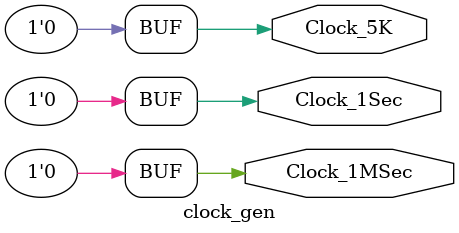
<source format=v>
`timescale 100us/1us

module clock_gen(Clock_5K, Clock_1Sec, Clock_1MSec);

output Clock_1Sec, Clock_1MSec, Clock_5K;
reg Clock_1Sec, Clock_1MSec, Clock_5K;

begin

assign Clock_1Sec=0;
assign Clock_1MSec=0;
assign Clock_5K=0;

always #5000 Clock_1Sec=~Clock_1Sec;
always #5 Clock_1MSec=~Clock_1MSec;
always #1 Clock_5K=~Clock_5K;
end
endmodule
</source>
